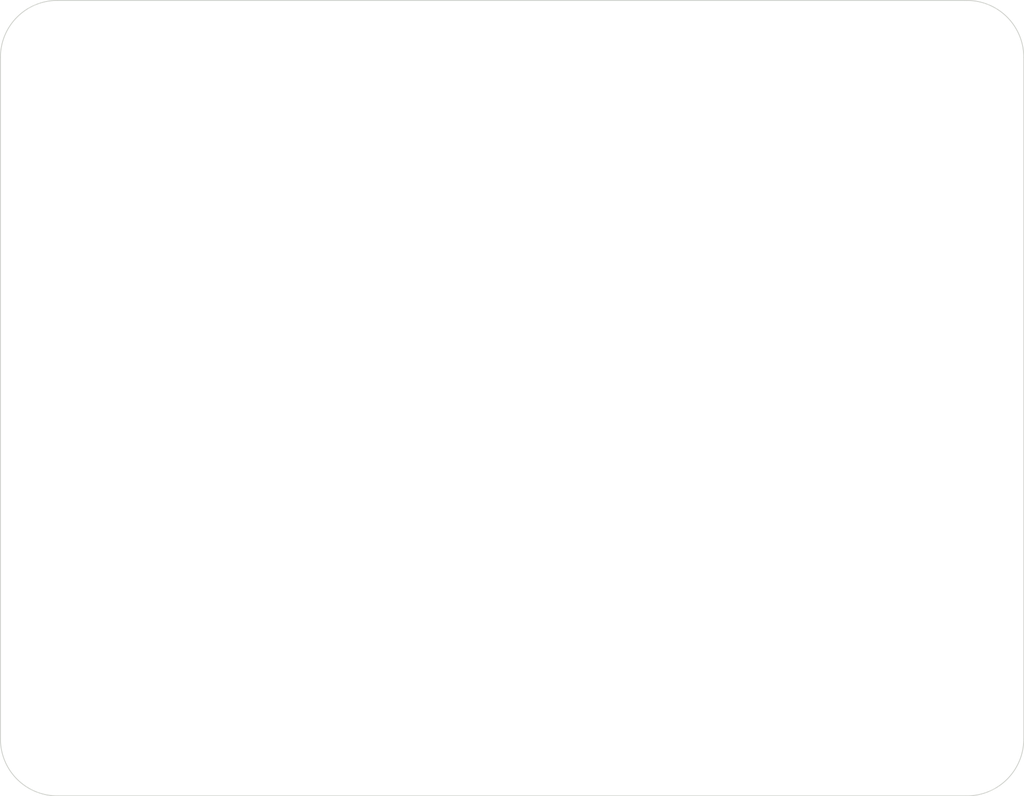
<source format=kicad_pcb>
(kicad_pcb (version 20221018) (generator pcbnew)
  (layers (0 "F.Cu" signal) (31 "B.Cu" signal) (34 "B.Paste" user) (35 "F.Paste" user) (36 "B.SilkS" user "B.Silkscreen") (37 "F.SilkS" user "F.Silkscreen") (38 "B.Mask" user) (39 "F.Mask" user) (44 "Edge.Cuts" user))
  (net 0 "")
  (footprint "kbd_Hole:m2_Screw_Hole" (layer "F.Cu") (at 120.65 184.15)
    (fp_text reference "Ref**")
    (fp_text value "Val**")
    (pad "" np_thru_hole circle (at 0 0) (size 2.2 2.2) (drill 2.2) (layers "*.Cu" "*.Mask"))
  )
  (footprint "kbd_Hole:m2_Screw_Hole" (layer "F.Cu") (at 19.05 184.15)
    (fp_text reference "Ref**")
    (fp_text value "Val**")
    (pad "" np_thru_hole circle (at 0 0) (size 2.2 2.2) (drill 2.2) (layers "*.Cu" "*.Mask"))
  )
  (footprint "kbd_Hole:m2_Screw_Hole" (layer "F.Cu") (at 120.65 107.95)
    (fp_text reference "Ref**")
    (fp_text value "Val**")
    (pad "" np_thru_hole circle (at 0 0) (size 2.2 2.2) (drill 2.2) (layers "*.Cu" "*.Mask"))
  )
  (footprint "kbd_Hole:m2_Screw_Hole" (layer "F.Cu") (at 19.05 107.95)
    (fp_text reference "Ref**")
    (fp_text value "Val**")
    (pad "" np_thru_hole circle (at 0 0) (size 2.2 2.2) (drill 2.2) (layers "*.Cu" "*.Mask"))
  )
  (gr_line (start 127 107.95) (end 127 184.15) (stroke (width 0.1)) (layer "Edge.Cuts"))
  (gr_line (start 12.7 184.15) (end 12.7 107.95) (stroke (width 0.1)) (layer "Edge.Cuts"))
  (gr_line (start 19.05 101.6) (end 120.65 101.6) (stroke (width 0.1)) (layer "Edge.Cuts"))
  (gr_arc (start 127 184.15) (mid 125.140128 188.640128) (end 120.65 190.5) (stroke (width 0.1)) (layer "Edge.Cuts"))
  (gr_line (start 120.65 190.5) (end 19.05 190.5) (stroke (width 0.1)) (layer "Edge.Cuts"))
  (gr_arc (start 12.7 107.95) (mid 14.559872 103.459872) (end 19.05 101.6) (stroke (width 0.1)) (layer "Edge.Cuts"))
  (gr_arc (start 19.05 190.5) (mid 14.559872 188.640128) (end 12.7 184.15) (stroke (width 0.1)) (layer "Edge.Cuts"))
  (gr_arc (start 120.65 101.6) (mid 125.140128 103.459872) (end 127 107.95) (stroke (width 0.1)) (layer "Edge.Cuts"))
)
</source>
